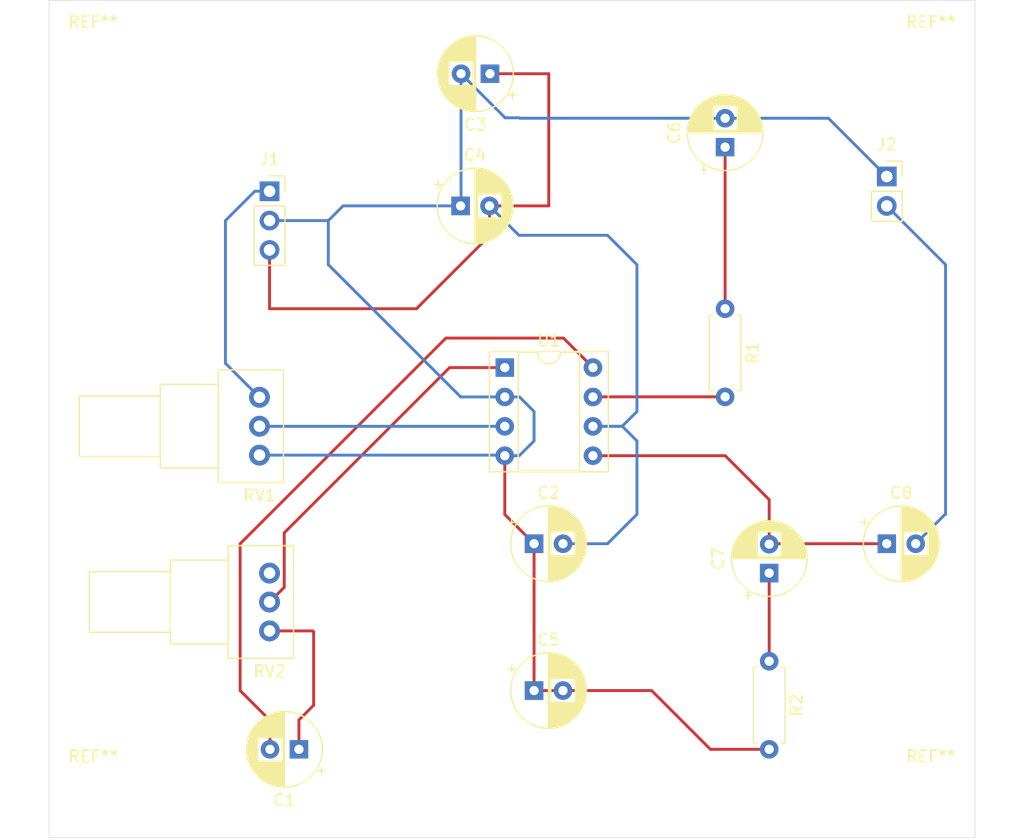
<source format=kicad_pcb>
(kicad_pcb (version 20211014) (generator pcbnew)
  (layers (0 "F.Cu" signal) (31 "B.Cu" signal) (34 "B.Paste" user) (35 "F.Paste" user) (36 "B.SilkS" user "B.Silkscreen") (37 "F.SilkS" user "F.Silkscreen") (38 "B.Mask" user) (39 "F.Mask" user) (44 "Edge.Cuts" user))
  (net 0 "")
  (net 1 "Net-(C6-Pad1)")
  (net 2 "Net-(R1-Pad2)")
  (net 3 "Net-(C7-Pad1)")
  (net 4 "GND")
  (net 5 "Net-(RV1-Pad2)")
  (net 7 "Net-(RV2-Pad2)")
  (net 8 "Net-(C7-Pad2)")
  (net 9 "VCC")
  (net 10 "Net-(C1-Pad2)")
  (net 11 "Net-(C8-Pad2)")
  (net 12 "Net-(C1-Pad1)")
  (net 13 "Net-(RV1-Pad1)")
  (footprint "Capacitor_THT:CP_Radial_D6.3mm_P2.50mm" (layer "F.Cu") (at 123.19 71.12 90)
    (fp_text reference "C6" (at 1.25 -4.4 90) (layer "F.SilkS"))
    (fp_text value "10u")
    (pad "1" thru_hole rect (at 0 0 90) (size 1.6 1.6) (drill 0.8) (layers *.Cu *.Mask) (net 1 "Net-(C6-Pad1)"))
    (pad "2" thru_hole circle (at 2.5 0 90) (size 1.6 1.6) (drill 0.8) (layers *.Cu *.Mask) (net 4 "GND"))
  )
  (footprint "Potentiometer_THT:Potentiometer_Alps_RK09Y11_Single_Horizontal" (layer "F.Cu") (at 82.95 92.75 180)
    (fp_text reference "RV1" (at 0 -8.5) (layer "F.SilkS"))
    (fp_text value "10k")
    (pad "1" thru_hole circle (at 0 0 180) (size 1.8 1.8) (drill 1) (layers *.Cu *.Mask) (net 13 "Net-(RV1-Pad1)"))
    (pad "2" thru_hole circle (at 0 -2.5 180) (size 1.8 1.8) (drill 1) (layers *.Cu *.Mask) (net 5 "Net-(RV1-Pad2)"))
    (pad "3" thru_hole circle (at 0 -5 180) (size 1.8 1.8) (drill 1) (layers *.Cu *.Mask) (net 4 "GND"))
  )
  (footprint "Capacitor_THT:CP_Radial_D6.3mm_P2.50mm" (layer "F.Cu") (at 137.16 105.41)
    (fp_text reference "C8" (at 1.25 -4.4) (layer "F.SilkS"))
    (fp_text value "1000u")
    (pad "1" thru_hole rect (at 0 0) (size 1.6 1.6) (drill 0.8) (layers *.Cu *.Mask) (net 8 "Net-(C7-Pad2)"))
    (pad "2" thru_hole circle (at 2.5 0) (size 1.6 1.6) (drill 0.8) (layers *.Cu *.Mask) (net 11 "Net-(C8-Pad2)"))
  )
  (footprint "Capacitor_THT:CP_Radial_D6.3mm_P2.50mm" (layer "F.Cu") (at 86.36 123.19 180)
    (fp_text reference "C1" (at 1.25 -4.4) (layer "F.SilkS"))
    (fp_text value "10u")
    (pad "1" thru_hole rect (at 0 0 180) (size 1.6 1.6) (drill 0.8) (layers *.Cu *.Mask) (net 12 "Net-(C1-Pad1)"))
    (pad "2" thru_hole circle (at 2.5 0 180) (size 1.6 1.6) (drill 0.8) (layers *.Cu *.Mask) (net 10 "Net-(C1-Pad2)"))
  )
  (footprint "MountingHole:MountingHole_2.1mm" (layer "F.Cu") (at 68.58 63.5)
    (fp_text reference "REF**" (at 0 -3.2) (layer "F.SilkS"))
    (fp_text value "MountingHole_2.1mm")
    (pad "" np_thru_hole circle (at 0 0) (size 2.1 2.1) (drill 2.1) (layers *.Cu *.Mask))
  )
  (footprint "Potentiometer_THT:Potentiometer_Alps_RK09Y11_Single_Horizontal" (layer "F.Cu") (at 83.82 107.95 180)
    (fp_text reference "RV2" (at 0 -8.5) (layer "F.SilkS"))
    (fp_text value "10k")
    (pad "1" thru_hole circle (at 0 0 180) (size 1.8 1.8) (drill 1) (layers *.Cu *.Mask))
    (pad "2" thru_hole circle (at 0 -2.5 180) (size 1.8 1.8) (drill 1) (layers *.Cu *.Mask) (net 7 "Net-(RV2-Pad2)"))
    (pad "3" thru_hole circle (at 0 -5 180) (size 1.8 1.8) (drill 1) (layers *.Cu *.Mask) (net 12 "Net-(C1-Pad1)"))
  )
  (footprint "Capacitor_THT:CP_Radial_D6.3mm_P2.50mm" (layer "F.Cu") (at 100.33 76.2)
    (fp_text reference "C4" (at 1.25 -4.4) (layer "F.SilkS"))
    (fp_text value "0.1u")
    (pad "1" thru_hole rect (at 0 0) (size 1.6 1.6) (drill 0.8) (layers *.Cu *.Mask) (net 4 "GND"))
    (pad "2" thru_hole circle (at 2.5 0) (size 1.6 1.6) (drill 0.8) (layers *.Cu *.Mask) (net 9 "VCC"))
  )
  (footprint "Connector_PinSocket_2.54mm:PinSocket_1x02_P2.54mm_Vertical" (layer "F.Cu") (at 137.16 73.66)
    (fp_text reference "J2" (at 0 -2.77) (layer "F.SilkS"))
    (fp_text value "Conn_01x02_Female")
    (pad "1" thru_hole rect (at 0 0) (size 1.7 1.7) (drill 1) (layers *.Cu *.Mask) (net 4 "GND"))
    (pad "2" thru_hole oval (at 0 2.54) (size 1.7 1.7) (drill 1) (layers *.Cu *.Mask) (net 11 "Net-(C8-Pad2)"))
  )
  (footprint "Package_DIP:DIP-8_W7.62mm_Socket" (layer "F.Cu") (at 104.15 90.18)
    (fp_text reference "U1" (at 3.81 -2.33) (layer "F.SilkS"))
    (fp_text value "LM386")
    (pad "1" thru_hole rect (at 0 0) (size 1.6 1.6) (drill 0.8) (layers *.Cu *.Mask) (net 7 "Net-(RV2-Pad2)"))
    (pad "2" thru_hole oval (at 0 2.54) (size 1.6 1.6) (drill 0.8) (layers *.Cu *.Mask) (net 4 "GND"))
    (pad "3" thru_hole oval (at 0 5.08) (size 1.6 1.6) (drill 0.8) (layers *.Cu *.Mask) (net 5 "Net-(RV1-Pad2)"))
    (pad "4" thru_hole oval (at 0 7.62) (size 1.6 1.6) (drill 0.8) (layers *.Cu *.Mask) (net 4 "GND"))
    (pad "5" thru_hole oval (at 7.62 7.62) (size 1.6 1.6) (drill 0.8) (layers *.Cu *.Mask) (net 8 "Net-(C7-Pad2)"))
    (pad "6" thru_hole oval (at 7.62 5.08) (size 1.6 1.6) (drill 0.8) (layers *.Cu *.Mask) (net 9 "VCC"))
    (pad "7" thru_hole oval (at 7.62 2.54) (size 1.6 1.6) (drill 0.8) (layers *.Cu *.Mask) (net 2 "Net-(R1-Pad2)"))
    (pad "8" thru_hole oval (at 7.62 0) (size 1.6 1.6) (drill 0.8) (layers *.Cu *.Mask) (net 10 "Net-(C1-Pad2)"))
  )
  (footprint "Connector_PinSocket_2.54mm:PinSocket_1x03_P2.54mm_Vertical" (layer "F.Cu") (at 83.82 74.93)
    (fp_text reference "J1" (at 0 -2.77) (layer "F.SilkS"))
    (fp_text value "Conn_01x03_Female")
    (pad "1" thru_hole rect (at 0 0) (size 1.7 1.7) (drill 1) (layers *.Cu *.Mask) (net 13 "Net-(RV1-Pad1)"))
    (pad "2" thru_hole oval (at 0 2.54) (size 1.7 1.7) (drill 1) (layers *.Cu *.Mask) (net 4 "GND"))
    (pad "3" thru_hole oval (at 0 5.08) (size 1.7 1.7) (drill 1) (layers *.Cu *.Mask) (net 9 "VCC"))
  )
  (footprint "Resistor_THT:R_Axial_DIN0207_L6.3mm_D2.5mm_P7.62mm_Horizontal" (layer "F.Cu") (at 127 115.57 -90)
    (fp_text reference "R2" (at 3.81 -2.37 90) (layer "F.SilkS"))
    (fp_text value "10")
    (pad "1" thru_hole circle (at 0 0 270) (size 1.6 1.6) (drill 0.8) (layers *.Cu *.Mask) (net 3 "Net-(C7-Pad1)"))
    (pad "2" thru_hole oval (at 7.62 0 270) (size 1.6 1.6) (drill 0.8) (layers *.Cu *.Mask) (net 4 "GND"))
  )
  (footprint "Capacitor_THT:CP_Radial_D6.3mm_P2.50mm" (layer "F.Cu") (at 127 107.95 90)
    (fp_text reference "C7" (at 1.25 -4.4 90) (layer "F.SilkS"))
    (fp_text value "0.1u")
    (pad "1" thru_hole rect (at 0 0 90) (size 1.6 1.6) (drill 0.8) (layers *.Cu *.Mask) (net 3 "Net-(C7-Pad1)"))
    (pad "2" thru_hole circle (at 2.5 0 90) (size 1.6 1.6) (drill 0.8) (layers *.Cu *.Mask) (net 8 "Net-(C7-Pad2)"))
  )
  (footprint "MountingHole:MountingHole_2.1mm" (layer "F.Cu") (at 140.97 127)
    (fp_text reference "REF**" (at 0 -3.2) (layer "F.SilkS"))
    (fp_text value "MountingHole_2.1mm")
    (pad "" np_thru_hole circle (at 0 0) (size 2.1 2.1) (drill 2.1) (layers *.Cu *.Mask))
  )
  (footprint "Resistor_THT:R_Axial_DIN0207_L6.3mm_D2.5mm_P7.62mm_Horizontal" (layer "F.Cu") (at 123.19 85.09 -90)
    (fp_text reference "R1" (at 3.81 -2.37 90) (layer "F.SilkS"))
    (fp_text value "10k")
    (pad "1" thru_hole circle (at 0 0 270) (size 1.6 1.6) (drill 0.8) (layers *.Cu *.Mask) (net 1 "Net-(C6-Pad1)"))
    (pad "2" thru_hole oval (at 7.62 0 270) (size 1.6 1.6) (drill 0.8) (layers *.Cu *.Mask) (net 2 "Net-(R1-Pad2)"))
  )
  (footprint "Capacitor_THT:CP_Radial_D6.3mm_P2.50mm" (layer "F.Cu") (at 102.87 64.77 180)
    (fp_text reference "C3" (at 1.25 -4.4) (layer "F.SilkS"))
    (fp_text value "100u")
    (pad "1" thru_hole rect (at 0 0 180) (size 1.6 1.6) (drill 0.8) (layers *.Cu *.Mask) (net 9 "VCC"))
    (pad "2" thru_hole circle (at 2.5 0 180) (size 1.6 1.6) (drill 0.8) (layers *.Cu *.Mask) (net 4 "GND"))
  )
  (footprint "MountingHole:MountingHole_2.1mm" (layer "F.Cu") (at 68.58 127)
    (fp_text reference "REF**" (at 0 -3.2) (layer "F.SilkS"))
    (fp_text value "MountingHole_2.1mm")
    (pad "" np_thru_hole circle (at 0 0) (size 2.1 2.1) (drill 2.1) (layers *.Cu *.Mask))
  )
  (footprint "Capacitor_THT:CP_Radial_D6.3mm_P2.50mm" (layer "F.Cu") (at 106.68 105.41)
    (fp_text reference "C2" (at 1.25 -4.4) (layer "F.SilkS"))
    (fp_text value "0.1u")
    (pad "1" thru_hole rect (at 0 0) (size 1.6 1.6) (drill 0.8) (layers *.Cu *.Mask) (net 4 "GND"))
    (pad "2" thru_hole circle (at 2.5 0) (size 1.6 1.6) (drill 0.8) (layers *.Cu *.Mask) (net 9 "VCC"))
  )
  (footprint "Capacitor_THT:CP_Radial_D6.3mm_P2.50mm" (layer "F.Cu") (at 106.68 118.11)
    (fp_text reference "C5" (at 1.25 -4.4) (layer "F.SilkS"))
    (fp_text value "470p")
    (pad "1" thru_hole rect (at 0 0) (size 1.6 1.6) (drill 0.8) (layers *.Cu *.Mask) (net 4 "GND"))
    (pad "2" thru_hole circle (at 2.5 0) (size 1.6 1.6) (drill 0.8) (layers *.Cu *.Mask) (net 4 "GND"))
  )
  (footprint "MountingHole:MountingHole_2.1mm" (layer "F.Cu") (at 140.97 63.5)
    (fp_text reference "REF**" (at 0 -3.2) (layer "F.SilkS"))
    (fp_text value "MountingHole_2.1mm")
    (pad "" np_thru_hole circle (at 0 0) (size 2.1 2.1) (drill 2.1) (layers *.Cu *.Mask))
  )
  (gr_rect (start 144.78 130.81) (end 64.77 58.42) (layer "Edge.Cuts") (width 0.05) (fill none))
  (segment (start 123.19 85.09) (end 123.19 71.12) (width 0.25) (layer "F.Cu") (net 1))
  (segment (start 111.78 92.71) (end 111.77 92.72) (width 0.25) (layer "F.Cu") (net 2))
  (segment (start 123.19 92.71) (end 111.78 92.71) (width 0.25) (layer "F.Cu") (net 2))
  (segment (start 127 107.95) (end 127 115.57) (width 0.25) (layer "F.Cu") (net 3))
  (segment (start 121.92 123.19) (end 127 123.19) (width 0.25) (layer "F.Cu") (net 4))
  (segment (start 106.68 105.41) (end 106.68 118.11) (width 0.25) (layer "F.Cu") (net 4))
  (segment (start 109.18 118.11) (end 106.68 118.11) (width 0.25) (layer "F.Cu") (net 4))
  (segment (start 109.18 118.11) (end 116.84 118.11) (width 0.25) (layer "F.Cu") (net 4))
  (segment (start 104.15 97.8) (end 104.15 102.88) (width 0.25) (layer "F.Cu") (net 4))
  (segment (start 116.84 118.11) (end 121.92 123.19) (width 0.25) (layer "F.Cu") (net 4))
  (segment (start 104.15 102.88) (end 106.68 105.41) (width 0.25) (layer "F.Cu") (net 4))
  (segment (start 106.68 96.52) (end 105.4 97.8) (width 0.25) (layer "B.Cu") (net 4))
  (segment (start 104.18 68.58) (end 100.37 64.77) (width 0.25) (layer "B.Cu") (net 4))
  (segment (start 100.37 76.16) (end 100.33 76.2) (width 0.25) (layer "B.Cu") (net 4))
  (segment (start 82.95 97.75) (end 104.1 97.75) (width 0.25) (layer "B.Cu") (net 4))
  (segment (start 88.9 77.47) (end 90.17 76.2) (width 0.25) (layer "B.Cu") (net 4))
  (segment (start 123.19 68.62) (end 132.12 68.62) (width 0.25) (layer "B.Cu") (net 4))
  (segment (start 105.42 92.72) (end 106.68 93.98) (width 0.25) (layer "B.Cu") (net 4))
  (segment (start 104.15 92.72) (end 105.42 92.72) (width 0.25) (layer "B.Cu") (net 4))
  (segment (start 100.34 92.72) (end 88.9 81.28) (width 0.25) (layer "B.Cu") (net 4))
  (segment (start 105.45 68.62) (end 105.41 68.58) (width 0.25) (layer "B.Cu") (net 4))
  (segment (start 132.12 68.62) (end 137.16 73.66) (width 0.25) (layer "B.Cu") (net 4))
  (segment (start 105.4 97.8) (end 104.15 97.8) (width 0.25) (layer "B.Cu") (net 4))
  (segment (start 100.37 64.77) (end 100.37 76.16) (width 0.25) (layer "B.Cu") (net 4))
  (segment (start 105.41 68.58) (end 104.18 68.58) (width 0.25) (layer "B.Cu") (net 4))
  (segment (start 83.82 77.47) (end 88.9 77.47) (width 0.25) (layer "B.Cu") (net 4))
  (segment (start 104.1 97.75) (end 104.15 97.8) (width 0.25) (layer "B.Cu") (net 4))
  (segment (start 106.68 93.98) (end 106.68 96.52) (width 0.25) (layer "B.Cu") (net 4))
  (segment (start 90.17 76.2) (end 100.33 76.2) (width 0.25) (layer "B.Cu") (net 4))
  (segment (start 123.19 68.62) (end 105.45 68.62) (width 0.25) (layer "B.Cu") (net 4))
  (segment (start 88.9 81.28) (end 88.9 77.47) (width 0.25) (layer "B.Cu") (net 4))
  (segment (start 104.15 92.72) (end 100.34 92.72) (width 0.25) (layer "B.Cu") (net 4))
  (segment (start 104.15 95.26) (end 82.96 95.26) (width 0.25) (layer "B.Cu") (net 5))
  (segment (start 82.96 95.26) (end 82.95 95.25) (width 0.25) (layer "B.Cu") (net 5))
  (segment (start 85.09 104.470978) (end 85.09 109.18) (width 0.25) (layer "F.Cu") (net 7))
  (segment (start 99.380978 90.18) (end 85.09 104.470978) (width 0.25) (layer "F.Cu") (net 7))
  (segment (start 85.09 109.18) (end 83.82 110.45) (width 0.25) (layer "F.Cu") (net 7))
  (segment (start 104.15 90.18) (end 99.380978 90.18) (width 0.25) (layer "F.Cu") (net 7))
  (segment (start 123.2 97.8) (end 111.77 97.8) (width 0.25) (layer "F.Cu") (net 8))
  (segment (start 127 101.6) (end 123.2 97.8) (width 0.25) (layer "F.Cu") (net 8))
  (segment (start 137.16 105.41) (end 127.04 105.41) (width 0.25) (layer "F.Cu") (net 8))
  (segment (start 127 105.45) (end 127 101.6) (width 0.25) (layer "F.Cu") (net 8))
  (segment (start 127.04 105.41) (end 127 105.45) (width 0.25) (layer "F.Cu") (net 8))
  (segment (start 102.83 78.78) (end 102.83 76.2) (width 0.25) (layer "F.Cu") (net 9))
  (segment (start 83.82 85.09) (end 96.52 85.09) (width 0.25) (layer "F.Cu") (net 9))
  (segment (start 107.95 76.2) (end 107.95 64.77) (width 0.25) (layer "F.Cu") (net 9))
  (segment (start 107.95 64.77) (end 102.87 64.77) (width 0.25) (layer "F.Cu") (net 9))
  (segment (start 83.82 85.09) (end 83.82 80.01) (width 0.25) (layer "F.Cu") (net 9))
  (segment (start 102.83 76.2) (end 107.95 76.2) (width 0.25) (layer "F.Cu") (net 9))
  (segment (start 96.52 85.09) (end 102.83 78.78) (width 0.25) (layer "F.Cu") (net 9))
  (segment (start 115.57 96.52) (end 115.57 102.87) (width 0.25) (layer "B.Cu") (net 9))
  (segment (start 115.57 102.87) (end 113.03 105.41) (width 0.25) (layer "B.Cu") (net 9))
  (segment (start 114.29 95.26) (end 115.57 93.98) (width 0.25) (layer "B.Cu") (net 9))
  (segment (start 113.03 105.41) (end 109.18 105.41) (width 0.25) (layer "B.Cu") (net 9))
  (segment (start 113.03 78.74) (end 105.37 78.74) (width 0.25) (layer "B.Cu") (net 9))
  (segment (start 114.31 95.26) (end 115.57 96.52) (width 0.25) (layer "B.Cu") (net 9))
  (segment (start 111.77 95.26) (end 114.29 95.26) (width 0.25) (layer "B.Cu") (net 9))
  (segment (start 115.57 81.28) (end 113.03 78.74) (width 0.25) (layer "B.Cu") (net 9))
  (segment (start 115.57 93.98) (end 115.57 81.28) (width 0.25) (layer "B.Cu") (net 9))
  (segment (start 111.77 95.26) (end 114.31 95.26) (width 0.25) (layer "B.Cu") (net 9))
  (segment (start 105.37 78.74) (end 102.83 76.2) (width 0.25) (layer "B.Cu") (net 9))
  (segment (start 81.28 118.11) (end 83.86 120.69) (width 0.25) (layer "F.Cu") (net 10))
  (segment (start 99.06 87.63) (end 81.28 105.41) (width 0.25) (layer "F.Cu") (net 10))
  (segment (start 83.86 120.69) (end 83.86 123.19) (width 0.25) (layer "F.Cu") (net 10))
  (segment (start 81.28 105.41) (end 81.28 118.11) (width 0.25) (layer "F.Cu") (net 10))
  (segment (start 109.22 87.63) (end 99.06 87.63) (width 0.25) (layer "F.Cu") (net 10))
  (segment (start 111.77 90.18) (end 109.22 87.63) (width 0.25) (layer "F.Cu") (net 10))
  (segment (start 142.2 102.87) (end 142.24 102.87) (width 0.25) (layer "B.Cu") (net 11))
  (segment (start 142.24 81.28) (end 137.16 76.2) (width 0.25) (layer "B.Cu") (net 11))
  (segment (start 142.24 102.87) (end 142.24 81.28) (width 0.25) (layer "B.Cu") (net 11))
  (segment (start 139.66 105.41) (end 142.2 102.87) (width 0.25) (layer "B.Cu") (net 11))
  (segment (start 87.55 112.95) (end 83.82 112.95) (width 0.25) (layer "F.Cu") (net 12))
  (segment (start 86.36 123.19) (end 86.36 120.65) (width 0.25) (layer "F.Cu") (net 12))
  (segment (start 87.63 113.03) (end 87.55 112.95) (width 0.25) (layer "F.Cu") (net 12))
  (segment (start 87.63 119.38) (end 87.63 113.03) (width 0.25) (layer "F.Cu") (net 12))
  (segment (start 86.36 120.65) (end 87.63 119.38) (width 0.25) (layer "F.Cu") (net 12))
  (segment (start 80.01 89.81) (end 80.01 77.47) (width 0.25) (layer "B.Cu") (net 13))
  (segment (start 82.55 74.93) (end 83.82 74.93) (width 0.25) (layer "B.Cu") (net 13))
  (segment (start 82.95 92.75) (end 80.01 89.81) (width 0.25) (layer "B.Cu") (net 13))
  (segment (start 80.01 77.47) (end 82.55 74.93) (width 0.25) (layer "B.Cu") (net 13))
)
</source>
